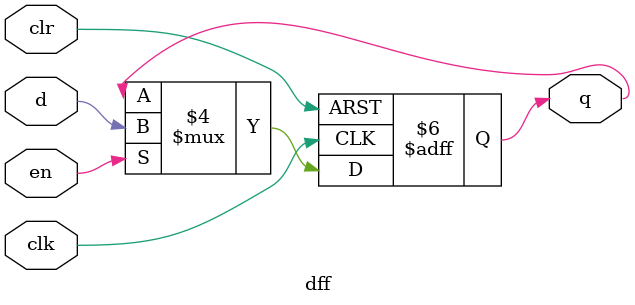
<source format=v>
`timescale 1ns / 1ps
module dff (
    input      clk,
    input      clr,
    input      en ,
    input      d  ,
    output reg q
);
always @(posedge clk or posedge clr) begin
    if (clr == 1'b1) begin  // µÚÒ»²½£ºÏÈ¿´ÇåÁãÐÅºÅÊÇ·ñÉúÐ§£¨1'b1±íÊ¾¶þ½øÖÆ1£©
        q <= 1'b0;          // ÇåÁã£ºqÖ±½Ó±ä³É0£¨<=ÊÇÊ±Ðò¸³Öµ£¬±ØÐëÓÃÕâ¸ö£©
    end
    else if (en == 1'b1) begin  // µÚ¶þ²½£ºÈç¹û²»ÇåÁã£¬¿´Ê¹ÄÜÊÇ·ñÔÊÐí
        q <= d;                 // ÔÊÐí£ºÔÚÊ±ÖÓÉÏÉýÑØ£¬°ÑdµÄÖµ´«¸øq£¨´æÊý¾Ý£©
    end
end
endmodule

</source>
